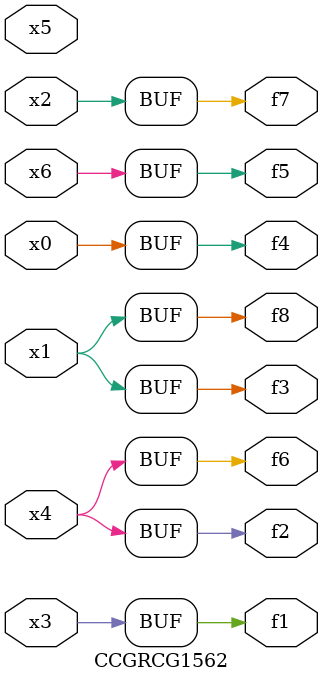
<source format=v>
module CCGRCG1562(
	input x0, x1, x2, x3, x4, x5, x6,
	output f1, f2, f3, f4, f5, f6, f7, f8
);
	assign f1 = x3;
	assign f2 = x4;
	assign f3 = x1;
	assign f4 = x0;
	assign f5 = x6;
	assign f6 = x4;
	assign f7 = x2;
	assign f8 = x1;
endmodule

</source>
